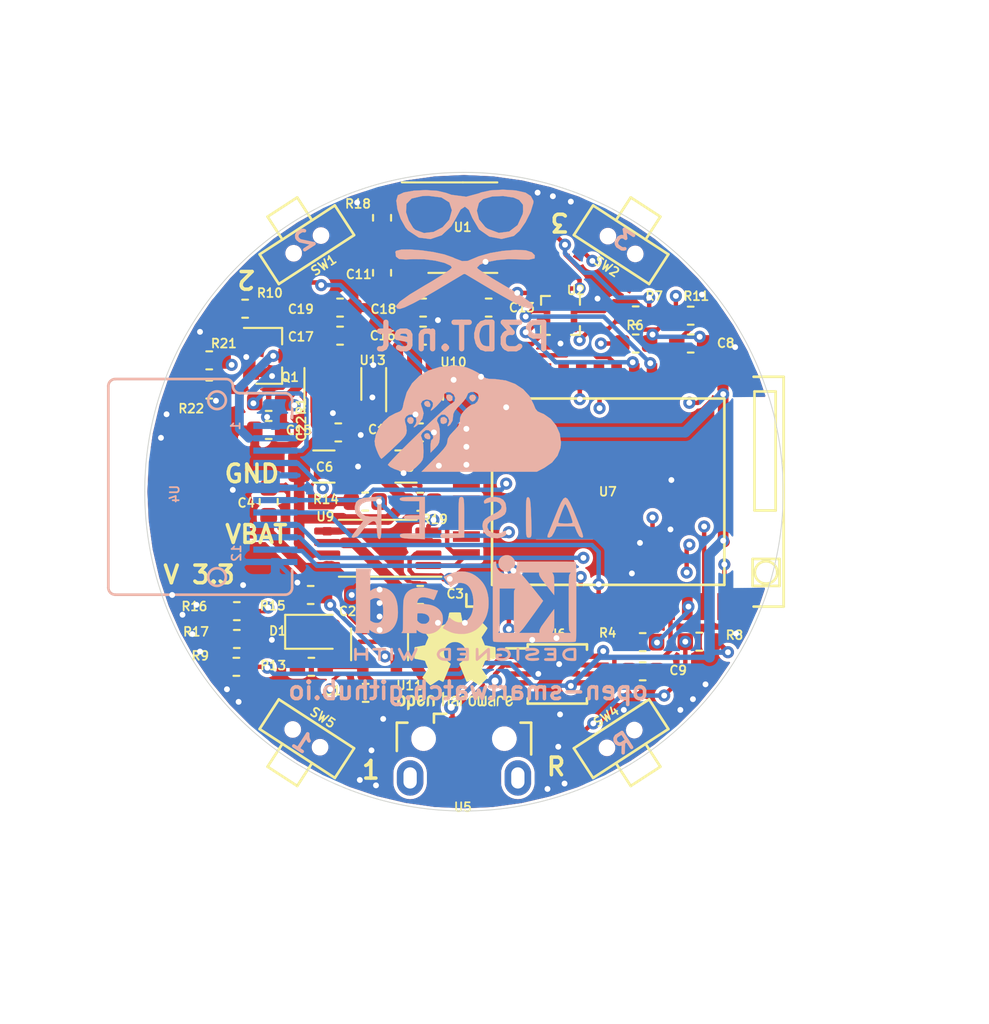
<source format=kicad_pcb>
(kicad_pcb (version 20211014) (generator pcbnew)
  (title_block (title "Open-Smartwatch-Light") (date "2021-02-18") (rev "3.3"))
  (layers (0 "F.Cu" power) (1 "In1.Cu" signal) (2 "In2.Cu" signal) (31 "B.Cu" signal) (34 "B.Paste" user) (35 "F.Paste" user) (36 "B.SilkS" user "B.Silkscreen") (37 "F.SilkS" user "F.Silkscreen") (38 "B.Mask" user) (39 "F.Mask" user) (44 "Edge.Cuts" user))
  (net 0 "")
  (net 1 "/EN")
  (net 2 "+3V3")
  (net 3 "/FLASH")
  (net 4 "GND")
  (net 5 "/VBUS")
  (net 6 "/VBAT")
  (net 7 "Net-(D1-Pad2)")
  (net 8 "Net-(D1-Pad1)")
  (net 9 "/LEDK")
  (net 10 "/TX")
  (net 11 "/BTN2")
  (net 12 "/BTN3")
  (net 13 "/RX")
  (net 14 "/SCL")
  (net 15 "/SDA")
  (net 16 "/PIN_LED")
  (net 17 "/STAT_PWR")
  (net 18 "/MOSI")
  (net 19 "/IO34")
  (net 20 "/IO35")
  (net 21 "Net-(R1-Pad2)")
  (net 22 "Net-(R4-Pad1)")
  (net 23 "Net-(R14-Pad1)")
  (net 24 "Net-(R15-Pad1)")
  (net 25 "/B_MON")
  (net 26 "/RTC_INT")
  (net 27 "/TFT_DC")
  (net 28 "/TFT_CS")
  (net 29 "/TFT_RST")
  (net 30 "Net-(U1-Pad4)")
  (net 31 "Net-(U1-Pad1)")
  (net 32 "Net-(U2-Pad4)")
  (net 33 "Net-(U2-Pad11)")
  (net 34 "Net-(U5-Pad2)")
  (net 35 "Net-(U6-Pad4)")
  (net 36 "Net-(U6-Pad5)")
  (net 37 "Net-(U6-Pad6)")
  (net 38 "Net-(U7-Pad22)")
  (net 39 "Net-(U7-Pad21)")
  (net 40 "Net-(U7-Pad20)")
  (net 41 "Net-(U7-Pad19)")
  (net 42 "Net-(U7-Pad32)")
  (net 43 "Net-(U7-Pad27)")
  (net 44 "Net-(U7-Pad28)")
  (net 45 "Net-(U7-Pad4)")
  (net 46 "Net-(U7-Pad5)")
  (net 47 "/SCK")
  (net 48 "/VCC")
  (net 49 "/3V3_2")
  (net 50 "Net-(Q1-Pad1)")
  (net 51 "Net-(U7-Pad11)")
  (net 52 "Net-(U10-Pad4)")
  (net 53 "Net-(U13-Pad4)")
  (net 54 "/D_P")
  (net 55 "/D_N")
  (net 56 "Net-(U7-Pad24)")
  (net 57 "Net-(U7-Pad31)")
  (net 58 "Net-(U7-Pad26)")
  (net 59 "Net-(U7-Pad13)")
  (net 60 "Net-(U7-Pad12)")
  (footprint "open-Smartwatch:button_side_smd" (layer "F.Cu") (at 85.09 115.57 -57)
    (fp_text reference "SW4")
    (fp_text value "SW_Push")
  )
  (footprint "open-Smartwatch:USBmicro-B" (layer "F.Cu") (at 76.2 117.6655)
    (fp_text reference "U5")
    (fp_text value "USB-OTG")
  )
  (footprint "open-Smartwatch:button_side_smd" (layer "F.Cu") (at 67.31 115.57 -123)
    (fp_text reference "SW5")
    (fp_text value "SW_Push")
  )
  (footprint "Resistor_SMD:R_0603_1608Metric" (layer "F.Cu") (at 63.3221 111.506 180)
    (fp_text reference "R9")
    (fp_text value "10k")
  )
  (footprint "Capacitor_SMD:C_0603_1608Metric" (layer "F.Cu") (at 70.6374 107.442)
    (fp_text reference "C2")
    (fp_text value "4.7uF")
  )
  (footprint "Resistor_SMD:R_0603_1608Metric" (layer "F.Cu") (at 86.3092 110.109)
    (fp_text reference "R4")
    (fp_text value "470R")
  )
  (footprint "Resistor_SMD:R_0603_1608Metric" (layer "F.Cu") (at 89.0269 91.6432)
    (fp_text reference "R11")
    (fp_text value "10k")
  )
  (footprint "Resistor_SMD:R_0603_1608Metric" (layer "F.Cu") (at 85.9155 93.218 180)
    (fp_text reference "R6")
    (fp_text value "1k")
  )
  (footprint "Resistor_SMD:R_0603_1608Metric" (layer "F.Cu") (at 85.9155 91.6305)
    (fp_text reference "R7")
    (fp_text value "1k")
  )
  (footprint "Package_SO:SOIC-8_3.9x4.9mm_P1.27mm" (layer "F.Cu") (at 76.1365 86.6648)
    (fp_text reference "U1")
    (fp_text value "DS3231MZ")
  )
  (footprint "Capacitor_SMD:C_0603_1608Metric" (layer "F.Cu") (at 89.0269 93.218 180)
    (fp_text reference "C8")
    (fp_text value "0.1u")
  )
  (footprint "Capacitor_SMD:C_0603_1608Metric" (layer "F.Cu") (at 86.3092 111.76)
    (fp_text reference "C9")
    (fp_text value "0.1u")
  )
  (footprint "Capacitor_SMD:C_0603_1608Metric" (layer "F.Cu") (at 71.5645 86.106 90)
    (fp_text reference "C11")
    (fp_text value "0.1u")
  )
  (footprint "Capacitor_SMD:C_0603_1608Metric" (layer "F.Cu") (at 77.597 91.186 180)
    (fp_text reference "C13")
    (fp_text value "0.1u")
  )
  (footprint "Resistor_SMD:R_0603_1608Metric" (layer "F.Cu") (at 73.7235 102.1715)
    (fp_text reference "R19")
    (fp_text value "220k")
  )
  (footprint "open-Smartwatch:button_side_smd" (layer "F.Cu") (at 67.31 87.63 123)
    (fp_text reference "SW1")
    (fp_text value "SW_Push")
  )
  (footprint "open-Smartwatch:MSOP-10_3x3mm_P0.5mm" (layer "F.Cu") (at 81.4832 111.9124)
    (fp_text reference "U6")
    (fp_text value "CH340E")
  )
  (footprint "open-Smartwatch:TSSOP-8_4.4x3mm_P0.65mm" (layer "F.Cu") (at 71.3232 104.8004 180)
    (fp_text reference "U9")
    (fp_text value "TPS2115A")
  )
  (footprint "open-Smartwatch:LGA-12_2x2mm_P0.5mm" (layer "F.Cu") (at 81.661 91.6305 -90)
    (fp_text reference "U2")
    (fp_text value "BMA400")
  )
  (footprint "Capacitor_SMD:C_0603_1608Metric" (layer "F.Cu") (at 73.7234 107.442)
    (fp_text reference "C3")
    (fp_text value "0.1u")
  )
  (footprint "Resistor_SMD:R_0603_1608Metric" (layer "F.Cu") (at 67.564 111.506)
    (fp_text reference "R13")
    (fp_text value "470R")
  )
  (footprint "Resistor_SMD:R_0603_1608Metric" (layer "F.Cu") (at 89.5096 110.0836 180)
    (fp_text reference "R8")
    (fp_text value "10k")
  )
  (footprint "Capacitor_SMD:C_1206_3216Metric" (layer "F.Cu") (at 72.9204 100.1776)
    (fp_text reference "C5")
    (fp_text value "100u")
  )
  (footprint "Capacitor_SMD:C_0603_1608Metric" (layer "F.Cu") (at 73.7108 98.2472)
    (fp_text reference "C14")
    (fp_text value "0.1u")
  )
  (footprint "Capacitor_SMD:C_0603_1608Metric" (layer "F.Cu") (at 73.8886 92.7735)
    (fp_text reference "C16")
    (fp_text value "4.7u")
  )
  (footprint "Capacitor_SMD:C_0603_1608Metric" (layer "F.Cu") (at 73.8886 91.186)
    (fp_text reference "C18")
    (fp_text value "0.1u")
  )
  (footprint "Package_TO_SOT_SMD:SOT-23-5" (layer "F.Cu") (at 73.406 95.504 90)
    (fp_text reference "U10")
    (fp_text value "XC6209")
  )
  (footprint "open-Smartwatch:ttgo-32-micro" (layer "F.Cu") (at 84.836 101.6 -90)
    (fp_text reference "U7")
    (fp_text value "ttgo-32-micro")
  )
  (footprint "Resistor_SMD:R_0603_1608Metric" (layer "F.Cu") (at 71.5645 89.2175 -90)
    (fp_text reference "R18")
    (fp_text value "2.2K")
  )
  (footprint "Resistor_SMD:R_0603_1608Metric" (layer "F.Cu") (at 65.151 96.52 180)
    (fp_text reference "R1")
    (fp_text value "22")
  )
  (footprint "Resistor_SMD:R_0603_1608Metric" (layer "F.Cu") (at 61.7855 94.1705)
    (fp_text reference "R21")
    (fp_text value "10k")
  )
  (footprint "Resistor_SMD:R_0603_1608Metric" (layer "F.Cu") (at 61.7855 95.8215 180)
    (fp_text reference "R22")
    (fp_text value "1M")
  )
  (footprint "Capacitor_SMD:C_0603_1608Metric" (layer "F.Cu") (at 65.151 98.1075 180)
    (fp_text reference "C22")
    (fp_text value "0.1u")
  )
  (footprint "Package_TO_SOT_SMD:SOT-23" (layer "F.Cu") (at 65.151 93.9165)
    (fp_text reference "Q1")
    (fp_text value "2N7002")
  )
  (footprint "Resistor_SMD:R_0603_1608Metric" (layer "F.Cu") (at 67.5259 107.442 180)
    (fp_text reference "R15")
    (fp_text value "5k")
  )
  (footprint "Resistor_SMD:R_0603_1608Metric" (layer "F.Cu") (at 70.612 102.1588 180)
    (fp_text reference "R14")
    (fp_text value "510R")
  )
  (footprint "Capacitor_SMD:C_0603_1608Metric" (layer "F.Cu") (at 65.151 102.1715 90)
    (fp_text reference "C4")
    (fp_text value "0.1u")
  )
  (footprint "Resistor_SMD:R_0603_1608Metric" (layer "F.Cu") (at 63.3476 109.9312 180)
    (fp_text reference "R17")
    (fp_text value "10k")
  )
  (footprint "open-Smartwatch:button_side_smd" (layer "F.Cu") (at 85.09 87.63 57)
    (fp_text reference "SW2")
    (fp_text value "SW_Push")
  )
  (footprint "Capacitor_SMD:C_0603_1608Metric" (layer "F.Cu") (at 69.088 98.2472)
    (fp_text reference "C15")
    (fp_text value "0.1u")
  )
  (footprint "Capacitor_SMD:C_0603_1608Metric" (layer "F.Cu") (at 69.1895 92.7735)
    (fp_text reference "C17")
    (fp_text value "4.7u")
  )
  (footprint "Capacitor_SMD:C_1206_3216Metric" (layer "F.Cu") (at 68.2752 100.1776)
    (fp_text reference "C6")
    (fp_text value "100u")
  )
  (footprint "Capacitor_SMD:C_0603_1608Metric" (layer "F.Cu") (at 69.1895 91.186)
    (fp_text reference "C19")
    (fp_text value "0.1u")
  )
  (footprint "Package_TO_SOT_SMD:SOT-23-5" (layer "F.Cu") (at 68.7832 95.504 90)
    (fp_text reference "U13")
    (fp_text value "XC6209")
  )
  (footprint "Capacitor_SMD:C_0603_1608Metric" (layer "F.Cu") (at 70.6373 112.9792)
    (fp_text reference "C1")
    (fp_text value "4.7uF")
  )
  (footprint "open-Smartwatch:SOT-23-5" (layer "F.Cu") (at 71.4248 110.236 -90)
    (fp_text reference "U11")
    (fp_text value "MCP73831T-2ACI_OT" hide)
  )
  (footprint "LED_SMD:LED_0805_2012Metric" (layer "F.Cu") (at 67.7672 109.5248)
    (fp_text reference "D1")
    (fp_text value "LED_Green")
  )
  (footprint "Symbol:OSHW-Logo2_7.3x6mm_SilkScreen" (layer "F.Cu") (at 75.692 111.1885)
    (fp_text reference "REF**" hide)
    (fp_text value "OSHW-Logo2_7.3x6mm_SilkScreen" hide)
  )
  (footprint "Resistor_SMD:R_0603_1608Metric" (layer "F.Cu") (at 63.8175 91.2495 180)
    (fp_text reference "R10")
    (fp_text value "10k")
  )
  (footprint "Connector_PinHeader_2.54mm:PinHeader_1x02_P2.54mm_Vertical" (layer "F.Cu") (at 60.6425 103.4415 180)
    (fp_text reference "J1" hide)
    (fp_text value "Conn_01x02")
  )
  (footprint "Resistor_SMD:R_0603_1608Metric" (layer "F.Cu") (at 63.3476 108.3564)
    (fp_text reference "R16")
    (fp_text value "200k")
  )
  (footprint "open-Smartwatch:GC9A01_IPS_display" (layer "B.Cu") (at 65.278 101.727 -90)
    (fp_text reference "U4")
    (fp_text value "GC9A01_IPS_display")
  )
  (footprint "Symbol:KiCad-Logo2_5mm_SilkScreen" (layer "B.Cu") (at 76.2762 108.1659 180)
    (fp_text reference "REF**" hide)
    (fp_text value "KiCad-Logo2_5mm_SilkScreen" hide)
  )
  (footprint "footprints:aisler_15x12mm" (layer "B.Cu") (at 76.2127 99.5172 180)
    (fp_text reference "G***" hide)
    (fp_text value "LOGO" hide)
  )
  (footprint "footprints:p3dt_tiny" (layer "B.Cu") (at 76.2254 87.884 180)
    (fp_text reference "G***" hide)
    (fp_text value "LOGO" hide)
  )
  (gr_arc (start 76.2 83.537403) (mid 88.972185 88.827815) (end 94.262597 101.6) (layer "Edge.Cuts") (width 0.05))
  (gr_arc (start 76.2 119.662597) (mid 63.427815 114.372185) (end 58.137403 101.6) (layer "Edge.Cuts") (width 0.05))
  (gr_arc (start 94.262597 101.6) (mid 88.972185 114.372185) (end 76.2 119.662597) (layer "Edge.Cuts") (width 0.05))
  (gr_arc (start 58.137403 101.6) (mid 63.427815 88.827815) (end 76.2 83.537403) (layer "Edge.Cuts") (width 0.05))
  (gr_text "1" (at 67.056 115.7605 -33) (layer "B.SilkS") (effects (font (size 1 1) (thickness 0.2)) (justify mirror)))
  (gr_text "P3DT.net" (at 76.1746 92.837) (layer "B.SilkS") (effects (font (size 1.5 1.5) (thickness 0.3)) (justify mirror)))
  (gr_text "3" (at 85.217 87.376 -33) (layer "B.SilkS") (effects (font (size 1 1) (thickness 0.2)) (justify mirror)))
  (gr_text "R" (at 85.217 115.824 33) (layer "B.SilkS") (effects (font (size 1 1) (thickness 0.2)) (justify mirror)))
  (gr_text "open-smartwatch.github.io" (at 76.4413 112.8522) (layer "B.SilkS") (effects (font (size 1 1) (thickness 0.2)) (justify mirror)))
  (gr_text "2" (at 67.183 87.376 33) (layer "B.SilkS") (effects (font (size 1 1) (thickness 0.2)) (justify mirror)))
  (gr_text "GND" (at 64.1985 100.584) (layer "F.SilkS") (effects (font (size 1 1) (thickness 0.2))))
  (gr_text "R" (at 81.407 117.1575) (layer "F.SilkS") (effects (font (size 1 1) (thickness 0.2))))
  (gr_text "1" (at 70.9295 117.348) (layer "F.SilkS") (effects (font (size 1 1) (thickness 0.2))))
  (gr_text "3" (at 81.5975 86.36 180) (layer "F.SilkS") (effects (font (size 1 1) (thickness 0.2))))
  (gr_text "2" (at 63.881 89.5985 180) (layer "F.SilkS") (effects (font (size 1 1) (thickness 0.2))))
  (gr_text "V 3.3" (at 61.214 106.299) (layer "F.SilkS") (effects (font (size 1 1) (thickness 0.2))))
  (gr_text "VBAT" (at 64.4525 104.013) (layer "F.SilkS") (effects (font (size 1 1) (thickness 0.2))))
  (segment (start 88.7984 104.7496) (end 88.9508 104.5972) (width 0.25) (layer "F.Cu") (net 1))
  (segment (start 89.435733 96.5708) (end 89.916 96.090533) (width 0.25) (layer "F.Cu") (net 1))
  (segment (start 88.9508 96.5708) (end 89.435733 96.5708) (width 0.25) (layer "F.Cu") (net 1))
  (segment (start 89.916 96.090533) (end 89.916 95.1) (width 0.25) (layer "F.Cu") (net 1))
  (segment (start 88.7221 111.9379) (end 87.5284 113.1316) (width 0.25) (layer "F.Cu") (net 1))
  (segment (start 83.440773 114.7064) (end 82.889781 115.257392) (width 0.25) (layer "F.Cu") (net 1))
  (segment (start 88.7984 106.172) (end 88.7984 104.7496) (width 0.25) (layer "F.Cu") (net 1))
  (segment (start 88.7221 110.0836) (end 88.7221 111.9379) (width 0.25) (layer "F.Cu") (net 1))
  (segment (start 83.5152 114.7064) (end 83.440773 114.7064) (width 0.25) (layer "F.Cu") (net 1))
  (via (at 88.7984 106.172) (size 0.6858) (drill 0.3302) (layers "F.Cu" "B.Cu") (net 1))
  (via (at 83.5152 114.7064) (size 0.6858) (drill 0.3302) (layers "F.Cu" "B.Cu") (net 1))
  (via (at 87.5284 113.1316) (size 0.6858) (drill 0.3302) (layers "F.Cu" "B.Cu") (net 1))
  (via (at 88.7221 110.0836) (size 0.6858) (drill 0.3302) (layers "F.Cu" "B.Cu") (net 1))
  (via (at 88.9508 104.5972) (size 0.6858) (drill 0.3302) (layers "F.Cu" "B.Cu") (net 1))
  (via (at 88.9508 96.5708) (size 0.6858) (drill 0.3302) (layers "F.Cu" "B.Cu") (net 1))
  (segment (start 85.09 113.1316) (end 83.5152 114.7064) (width 0.25) (layer "B.Cu") (net 1))
  (segment (start 87.5284 113.1316) (end 85.09 113.1316) (width 0.25) (layer "B.Cu") (net 1))
  (segment (start 83.6832 112.4124) (end 84.8693 112.4124) (width 0.25) (layer "F.Cu") (net 2))
  (segment (start 84.8693 112.4124) (end 85.5217 111.76) (width 0.25) (layer "F.Cu") (net 2))
  (segment (start 75.61361 90.632028) (end 75.61361 91.67079) (width 0.6) (layer "F.Cu") (net 2))
  (segment (start 86.703 93.218) (end 86.703 92.874494) (width 0.25) (layer "F.Cu") (net 2))
  (segment (start 90.864704 95.167296) (end 90.932 95.1) (width 0.6) (layer "F.Cu") (net 2))
  (segment (start 84.3655 92.393) (end 85.128 91.6305) (width 0.25) (layer "F.Cu") (net 2))
  (segment (start 69.510219 87.942608) (end 70.515392 87.942608) (width 0.25) (layer "F.Cu") (net 2))
  (segment (start 90.5383 110.0836) (end 91.1352 110.6805) (width 0.3) (layer "F.Cu") (net 2))
  (segment (start 90.932 95.1) (end 90.932 94.3356) (width 0.6) (layer "F.Cu") (net 2))
  (segment (start 81.411 90.868) (end 81.411001 90.420499) (width 0.25) (layer "F.Cu") (net 2))
  (segment (start 82.411 92.393) (end 84.0735 92.393) (width 0.25) (layer "F.Cu") (net 2))
  (segment (start 78.234732 87.2998) (end 78.6115 87.2998) (width 0.25) (layer "F.Cu") (net 2))
  (segment (start 89.8144 93.218) (end 89.8144 93.1164) (width 0.25) (layer "F.Cu") (net 2))
  (segment (start 76.964732 86.0298) (end 78.234732 87.2998) (width 0.25) (layer "F.Cu") (net 2))
  (segment (start 81.411001 90.420499) (end 81.346001 90.355499) (width 0.25) (layer "F.Cu") (net 2))
  (segment (start 87.146984 92.43051) (end 85.92801 92.43051) (width 0.25) (layer "F.Cu") (net 2))
  (segment (start 75.192572 90.21099) (end 75.61361 90.632028) (width 0.6) (layer "F.Cu") (net 2))
  (segment (start 90.93999 104.4448) (end 90.864704 104.369514) (width 0.6) (layer "F.Cu") (net 2))
  (segment (start 73.1011 92.7735) (end 73.1011 91.186) (width 0.6) (layer "F.Cu") (net 2))
  (segment (start 83.780855 110.9124) (end 84.077622 110.615633) (width 0.3) (layer "F.Cu") (net 2))
  (segment (start 71.9201 90.005) (end 73.1011 91.186) (width 0.25) (layer "F.Cu") (net 2))
  (segment (start 86.812244 89.767149) (end 87.46551 90.420415) (width 0.25) (layer "F.Cu") (net 2))
  (segment (start 86.703 92.874494) (end 86.867747 92.709747) (width 0.25) (layer "F.Cu") (net 2))
  (segment (start 75.6157 91.6687) (end 75.61361 91.67079) (width 0.6) (layer "F.Cu") (net 2))
  (segment (start 84.0735 92.393) (end 84.3655 92.393) (width 0.25) (layer "F.Cu") (net 2))
  (segment (start 90.932 94.3356) (end 89.8144 93.218) (width 0.6) (layer "F.Cu") (net 2))
  (segment (start 71.5645 90.005) (end 71.9201 90.005) (width 0.25) (layer "F.Cu") (net 2))
  (segment (start 80.911 92.393) (end 80.056296 93.247704) (width 0.25) (layer "F.Cu") (net 2))
  (segment (start 72.4282 86.0298) (end 73.6615 86.0298) (width 0.25) (layer "F.Cu") (net 2))
  (segment (start 85.92801 92.43051) (end 85.128 91.6305) (width 0.25) (layer "F.Cu") (net 2))
  (segment (start 87.46551 92.111984) (end 87.146984 92.43051) (width 0.25) (layer "F.Cu") (net 2))
  (segment (start 79.371907 93.247704) (end 78.3845 92.260297) (width 0.25) (layer "F.Cu") (net 2))
  (segment (start 73.1011 91.186) (end 74.07611 90.21099) (width 0.6) (layer "F.Cu") (net 2))
  (segment (start 90.864704 96.082901) (end 90.864704 95.167296) (width 0.6) (layer "F.Cu") (net 2))
  (segment (start 89.8144 93.1164) (end 89.535 92.837) (width 0.25) (layer "F.Cu") (net 2))
  (segment (start 65.024 111.506) (end 65.0748 111.5568) (width 0.25) (layer "F.Cu") (net 2))
  (segment (start 79.215001 90.355499) (end 78.3845 91.186) (width 0.25) (layer "F.Cu") (net 2))
  (segment (start 70.76449 89.20499) (end 71.5645 90.005) (width 0.25) (layer "F.Cu") (net 2))
  (segment (start 80.056296 93.247704) (end 79.371907 93.247704) (width 0.25) (layer "F.Cu") (net 2))
  (segment (start 87.46551 90.420415) (end 87.46551 92.111984) (width 0.25) (layer "F.Cu") (net 2))
  (segment (start 82.7405 93.0275) (end 83.375 92.393) (width 0.25) (layer "F.Cu") (net 2))
  (segment (start 83.375 92.393) (end 84.0735 92.393) (width 0.25) (layer "F.Cu") (net 2))
  (segment (start 72.456 93.4186) (end 73.1011 92.7735) (width 0.6) (layer "F.Cu") (net 2))
  (segment (start 78.3845 92.260297) (end 78.3845 91.186) (width 0.25) (layer "F.Cu") (net 2))
  (segment (start 90.2971 110.0836) (end 90.5383 110.0836) (width 0.3) (layer "F.Cu") (net 2))
  (segment (start 73.6615 86.0298) (end 76.964732 86.0298) (width 0.25) (layer "F.Cu") (net 2))
  (segment (start 64.1096 111.506) (end 65.024 111.506) (width 0.25) (layer "F.Cu") (net 2))
  (segment (start 72.456 94.404) (end 72.456 94.6048) (width 0.6) (layer "F.Cu") (net 2))
  (segment (start 71.5645 86.8935) (end 70.76449 87.69351) (width 0.25) (layer "F.Cu") (net 2))
  (segment (start 70.515392 87.942608) (end 71.5645 86.8935) (width 0.25) (layer "F.Cu") (net 2))
  (segment (start 70.76449 87.69351) (end 70.76449 89.20499) (width 0.25) (layer "F.Cu") (net 2))
  (segment (start 90.864704 96.082901) (end 90.864704 104.369514) (width 0.6) (layer "F.Cu") (net 2))
  (segment (start 86.867747 92.709747) (end 87.146984 92.43051) (width 0.25) (layer "F.Cu") (net 2))
  (segment (start 72.456 94.404) (end 72.456 93.4186) (width 0.6) (layer "F.Cu") (net 2))
  (segment (start 71.5645 86.8935) (end 72.4282 86.0298) (width 0.25) (layer "F.Cu") (net 2))
  (segment (start 82.2452 112.5855) (end 82.4183 112.4124) (width 0.3) (layer "F.Cu") (net 2))
  (segment (start 82.4183 112.4124) (end 83.6832 112.4124) (width 0.3) (layer "F.Cu") (net 2))
  (segment (start 83.6832 110.9124) (end 83.780855 110.9124) (width 0.3) (layer "F.Cu") (net 2))
  (segment (start 85.699328 89.767149) (end 86.812244 89.767149) (width 0.25) (layer "F.Cu") (net 2))
  (segment (start 81.346001 90.355499) (end 79.215001 90.355499) (width 0.25) (layer "F.Cu") (net 2))
  (segment (start 74.07611 90.21099) (end 75.192572 90.21099) (width 0.6) (layer "F.Cu") (net 2))
  (segment (start 75.61361 95.27321) (end 75.61361 91.67079) (width 0.6) (layer "F.Cu") (net 2))
  (via (at 86.867747 92.709747) (size 0.6858) (drill 0.3302) (layers "F.Cu" "B.Cu") (net 2))
  (via (at 90.864704 104.369514) (size 0.6858) (drill 0.3302) (layers "F.Cu" "B.Cu") (net 2))
  (via (at 90.864704 96.082901) (size 0.6858) (drill 0.3302) (layers "F.Cu" "B.Cu") (net 2))
  (via (at 89.535 92.837) (size 0.6858) (drill 0.3302) (layers "F.Cu" "B.Cu") (net 2))
  (via (at 84.077622 110.615633) (size 0.6858) (drill 0.3302) (layers "F.Cu" "B.Cu") (net 2))
  (via (at 79.215001 90.355499) (size 0.6858) (drill 0.3302) (layers "F.Cu" "B.Cu") (net 2))
  (via (at 75.61361 95.27321) (size 0.6858) (drill 0.3302) (layers "F.Cu" "B.Cu") (net 2))
  (via (at 82.7405 93.0275) (size 0.6858) (drill 0.3302) (layers "F.Cu" "B.Cu") (net 2))
  (via (at 91.1352 110.6805) (size 0.6858) (drill 0.3302) (layers "F.Cu" "B.Cu") (net 2))
  (via (at 65.0748 111.5568) (size 0.6858) (drill 0.3302) (layers "F.Cu" "B.Cu") (net 2))
  (via (at 82.2452 112.5855) (size 0.6858) (drill 0.3302) (layers "F.Cu" "B.Cu") (net 2))
  (segment (start 89.535 92.837) (end 86.995 92.837) (width 0.25) (layer "B.Cu") (net 2))
  (segment (start 84.077622 110.615633) (end 84.077622 110.753078) (width 0.3) (layer "B.Cu") (net 2))
  (segment (start 82.2452 112.5855) (end 83.862801 110.967899) (width 0.3) (layer "B.Cu") (net 2))
  (segment (start 75.61361 95.27321) (end 78.573201 98.232801) (width 0.6) (layer "B.Cu") (net 2))
  (segment (start 91.1352 110.6805) (end 90.376498 110.6805) (width 0.3) (layer "B.Cu") (net 2))
  (segment (start 83.862801 110.967899) (end 90.089099 110.967899) (width 0.3) (layer "B.Cu") (net 2))
  (segment (start 82.2071 112.573024) (end 82.232724 112.573024) (width 0.3) (layer "B.Cu") (net 2))
  (segment (start 65.0748 111.5568) (end 65.417699 111.899699) (width 0.25) (layer "B.Cu") (net 2))
  (segment (start 65.417699 111.899699) (end 75.986207 111.899699) (width 0.25) (layer "B.Cu") (net 2))
  (segment (start 90.864704 104.369514) (end 90.089099 105.145119) (width 0.6) (layer "B.Cu") (net 2))
  (segment (start 90.089099 105.145119) (end 90.089099 110.967899) (width 0.6) (layer "B.Cu") (net 2))
  (segment (start 76.590607 111.295299) (end 78.805933 111.295299) (width 0.25) (layer "B.Cu") (net 2))
  (segment (start 80.083658 112.573024) (end 82.2071 112.573024) (width 0.25) (layer "B.Cu") (net 2))
  (segment (start 84.077622 110.753078) (end 83.862801 110.967899) (width 0.3) (layer "B.Cu") (net 2))
  (segment (start 82.232724 112.573024) (end 82.2452 112.5855) (width 0.3) (layer "B.Cu") (net 2))
  (segment (start 86.995 92.837) (end 86.867747 92.709747) (width 0.25) (layer "B.Cu") (net 2))
  (segment (start 90.376498 110.6805) (end 90.089099 110.967899) (width 0.3) (layer "B.Cu") (net 2))
  (segment (start 78.805933 111.295299) (end 80.083658 112.573024) (width 0.25) (layer "B.Cu") (net 2))
  (segment (start 78.573201 98.232801) (end 88.714804 98.232801) (width 0.6) (layer "B.Cu") (net 2))
  (segment (start 88.714804 98.232801) (end 90.864704 96.082901) (width 0.6) (layer "B.Cu") (net 2))
  (segment (start 75.986207 111.899699) (end 76.590607 111.295299) (width 0.25) (layer "B.Cu") (net 2))
  (segment (start 66.700672 113.432851) (end 67.973949 113.432851) (width 0.25) (layer "F.Cu") (net 3))
  (segment (start 66.305322 113.037501) (end 66.700672 113.432851) (width 0.25) (layer "F.Cu") (net 3))
  (segment (start 64.269501 113.037501) (end 66.305322 113.037501) (width 0.25) (layer "F.Cu") (net 3))
  (segment (start 62.5346 111.506) (end 62.738 111.506) (width 0.25) (layer "F.Cu") (net 3))
  (segment (start 67.973949 113.432851) (end 68.6308 112.776) (width 0.25) (layer "F.Cu") (net 3))
  (segment (start 78.74 109.3724) (end 78.74 108.1) (width 0.25) (layer "F.Cu") (net 3))
  (segment (start 62.738 111.506) (end 64.269501 113.037501) (width 0.25) (layer "F.Cu") (net 3))
  (via (at 78.74 109.3724) (size 0.6858) (drill 0.3302) (layers "F.Cu" "B.Cu") (net 3))
  (via (at 68.6308 112.776) (size 0.6858) (drill 0.3302) (layers "F.Cu" "B.Cu") (net 3))
  (segment (start 74.5109 107.3785) (end 73.9648 106.8324) (width 0.3) (layer "F.Cu") (net 4))
  (segment (start 73.09819 103.43181) (end 73.09819 103.253304) (width 0.25) (layer "F.Cu") (net 4))
  (segment (start 81.411 92.968) (end 81.661 93.218) (width 0.25) (layer "F.Cu") (net 4))
  (segment (start 74.782002 97.663) (end 74.3891 97.663) (width 0.3) (layer "F.Cu") (net 4))
  (segment (start 73.406 97.1804) (end 73.4568 97.2312) (width 0.25) (layer "F.Cu") (net 4))
  (segment (start 87.0967 111.76) (end 87.0967 112.035479) (width 0.25) (layer "F.Cu") (net 4))
  (segment (start 73.37764 101.144594) (end 73.585594 101.144594) (width 0.3) (layer "F.Cu") (net 4))
  (segment (start 74.961001 97.484001) (end 73.709601 97.484001) (width 0.3) (layer "F.Cu") (net 4))
  (segment (start 73.7362 107.2134) (end 73.72341 107.20061) (width 0.3) (layer "F.Cu") (net 4))
  (segment (start 64.151 94.8665) (end 65.1485 94.8665) (width 0.25) (layer "F.Cu") (net 4))
  (segment (start 68.7832 96.604) (end 68.7832 97.1549) (width 0.25) (layer "F.Cu") (net 4))
  (segment (start 80.396974 111.9124) (end 80.404251 111.905123) (width 0.25) (layer "F.Cu") (net 4))
  (segment (start 73.9648 106.8324) (end 73.7108 106.8324) (width 0.3) (layer "F.Cu") (net 4))
  (segment (start 73.72341 106.95016) (end 73.576414 106.803164) (width 0.3) (layer "F.Cu") (net 4))
  (segment (start 91.948 108.1) (end 91.948 109.2708) (width 0.25) (layer "F.Cu") (net 4))
  (segment (start 74.6761 91.186) (end 74.6761 91.8465) (width 0.25) (layer "F.Cu") (net 4))
  (segment (start 74.6761 91.8465) (end 74.7268 91.8972) (width 0.25) (layer "F.Cu") (net 4))
  (segment (start 74.3891 97.663) (end 73.830582 97.663) (width 0.6) (layer "F.Cu") (net 4))
  (segment (start 81.911 92.393) (end 81.852 92.393) (width 0.25) (layer "F.Cu") (net 4))
  (segment (start 63.6777 106.7816) (end 63.6777 106.8577) (width 0.25) (layer "F.Cu") (net 4))
  (segment (start 64.151 94.25) (end 63.881 93.98) (width 0.25) (layer "F.Cu") (net 4))
  (segment (start 63.6777 106.8577) (end 63.7032 106.8832) (width 0.25) (layer "F.Cu") (net 4))
  (segment (start 73.37764 101.144594) (end 73.099406 101.144594) (width 0.3) (layer "F.Cu") (net 4))
  (segment (start 82.411 90.868) (end 83.5665 90.868) (width 0.25) (layer "F.Cu") (net 4))
  (segment (start 74.5109 107.442) (end 74.5109 107.3785) (width 0.3) (layer "F.Cu") (net 4))
  (segment (start 78.6115 88.5698) (end 77.4446 88.5698) (width 0.25) (layer "F.Cu") (net 4))
  (segment (start 65.17599 95.22501) (end 65.3415 95.0595) (width 0.25) (layer "F.Cu") (net 4))
  (segment (start 73.09819 103.43181) (end 73.09819 104.111804) (width 0.3) (layer "F.Cu") (net 4))
  (segment (start 91.948 109.2708) (end 91.5924 109.6264) (width 0.25) (layer "F.Cu") (net 4))
  (segment (start 87.0967 112.035479) (end 85.699328 113.432851) (width 0.25) (layer "F.Cu") (net 4))
  (segment (start 77.1652 95.0976) (end 75.181001 97.081799) (width 0.6) (layer "F.Cu") (net 4))
  (segment (start 62.573 95.8215) (end 62.573 96.05) (width 0.25) (layer "F.Cu") (net 4))
  (segment (start 73.585594 101.144594) (end 73.7108 101.2698) (width 0.3) (layer "F.Cu") (net 4))
  (segment (start 75.181001 97.4344) (end 75.010602 97.4344) (width 0.3) (layer "F.Cu") (net 4))
  (segment (start 74.7268 100.1776) (end 74.7776 100.1268) (width 0.25) (layer "F.Cu") (net 4))
  (segment (start 75.181001 97.4344) (end 75.181001 97.564499) (width 0.3) (layer "F.Cu") (net 4))
  (segment (start 77.724 95.1) (end 77.1676 95.1) (width 0.25) (layer "F.Cu") (net 4))
  (segment (start 62.573 96.05) (end 62.1665 96.4565) (width 0.25) (layer "F.Cu") (net 4))
  (segment (start 73.4568 97.289218) (end 73.4568 97.2312) (width 0.6) (layer "F.Cu") (net 4))
  (segment (start 74.5109 107.3023) (end 74.422 107.2134) (width 0.3) (layer "F.Cu") (net 4))
  (segment (start 74.3204 100.1776) (end 74.3204 100.7364) (width 0.3) (layer "F.Cu") (net 4))
  (segment (start 70.2131 98.2472) (end 70.358 98.3921) (width 0.25) (layer "F.Cu") (net 4))
  (segment (start 73.09819 104.111804) (end 73.361796 104.37541) (width 0.3) (layer "F.Cu") (net 4))
  (segment (start 74.3204 100.1776) (end 73.152 100.1776) (width 0.6) (layer "F.Cu") (net 4))
  (segment (start 71.4248 107.4421) (end 71.4249 107.442) (width 0.6) (layer "F.Cu") (net 4))
  (segment (start 74.422 107.2134) (end 73.7616 107.2134) (width 0.3) (layer "F.Cu") (net 4))
  (segment (start 66.774068 107.406332) (end 66.7384 107.442) (width 0.25) (layer "F.Cu") (net 4))
  (segment (start 77.1676 95.1) (end 77.1652 95.0976) (width 0.25) (layer "F.Cu") (net 4))
  (segment (start 81.852 92.781502) (end 81.8515 92.782002) (width 0.25) (layer "F.Cu") (net 4))
  (segment (start 66.774068 106.740292) (end 66.774068 107.406332) (width 0.25) (layer "F.Cu") (net 4))
  (segment (start 81.852 92.393) (end 81.852 92.781502) (width 0.25) (layer "F.Cu") (net 4))
  (segment (start 88.2394 93.218) (end 88.2394 93.144106) (width 0.25) (layer "F.Cu") (net 4))
  (segment (start 69.8755 98.2472) (end 70.2131 98.2472) (width 0.25) (layer "F.Cu") (net 4))
  (segment (start 69.6752 100.1776) (end 70.2056 100.1776) (width 0.25) (layer "F.Cu") (net 4))
  (segment (start 85.699328 113.432851) (end 85.699328 113.487472) (width 0.25) (layer "F.Cu") (net 4))
  (segment (start 73.7108 106.8324) (end 73.683346 106.804946) (width 0.3) (layer "F.Cu") (net 4))
  (segment (start 73.361796 104.37541) (end 74.08571 104.37541) (width 0.3) (layer "F.Cu") (net 4))
  (segment (start 73.72341 107.20061) (end 73.72341 106.95016) (width 0.3) (layer "F.Cu") (net 4))
  (segment (start 74.08571 104.37541) (end 74.1857 104.4754) (width 0.3) (layer "F.Cu") (net 4))
  (segment (start 77.4446 88.5698) (end 77.4192 88.5952) (width 0.25) (layer "F.Cu") (net 4))
  (segment (start 79.2832 111.9124) (end 80.396974 111.9124) (width 0.25) (layer "F.Cu") (net 4))
  (segment (start 65.1485 94.8665) (end 65.3415 95.0595) (width 0.25) (layer "F.Cu") (net 4))
  (segment (start 73.152 100.1776) (end 72.781323 100.548277) (width 0.6) (layer "F.Cu") (net 4))
  (segment (start 69.8755 98.2472) (end 68.7832 97.1549) (width 0.25) (layer "F.Cu") (net 4))
  (segment (start 73.099406 101.144594) (end 72.781323 100.826511) (width 0.3) (layer "F.Cu") (net 4))
  (segment (start 89.740306 91.6432) (end 89.8144 91.6432) (width 0.25) (layer "F.Cu") (net 4))
  (segment (start 74.3204 100.1776) (end 74.3204 98.4251) (width 0.25) (layer "F.Cu") (net 4))
  (segment (start 73.9648 107.0102) (end 73.7616 107.2134) (width 0.3) (layer "F.Cu") (net 4))
  (segment (start 75.010602 97.4344) (end 74.782002 97.663) (width 0.3) (layer "F.Cu") (net 4))
  (segment (start 81.8515 92.782002) (end 81.8515 93.0275) (width 0.25) (layer "F.Cu") (net 4))
  (segment (start 73.7616 107.2134) (end 73.7362 107.2134) (width 0.3) (layer "F.Cu") (net 4))
  (segment (start 81.411 92.393) (end 81.411 92.968) (width 0.25) (layer "F.Cu") (net 4))
  (segment (start 73.830582 97.663) (end 73.4568 97.289218) (width 0.6) (layer "F.Cu") (net 4))
  (segment (start 85.699328 113.487472) (end 85.2424 113.9444) (width 0.25) (layer "F.Cu") (net 4))
  (segment (start 73.709601 97.484001) (end 73.4568 97.2312) (width 0.3) (layer "F.Cu") (net 4))
  (segment (start 72.781323 100.826511) (end 72.781323 100.548277) (width 0.3) (layer "F.Cu") (net 4))
  (segment (start 75.181001 97.081799) (end 75.181001 97.4344) (width 0.6) (layer "F.Cu") (net 4))
  (segment (start 65.17599 97.258337) (end 65.17599 95.22501) (width 0.25) (layer "F.Cu") (net 4))
  (segment (start 71.4248 109.136) (end 71.4248 107.4421) (width 0.6) (layer "F.Cu") (net 4))
  (segment (start 74.4983 97.7722) (end 74.3891 97.663) (width 0.6) (layer "F.Cu") (net 4))
  (segment (start 65.060386 97.373941) (end 65.17599 97.258337) (width 0.25) (layer "F.Cu") (net 4))
  (segment (start 73.09819 103.253304) (end 73.7108 102.640694) (width 0.25) (layer "F.Cu") (net 4))
  (segment (start 81.8515 93.0275) (end 81.661 93.218) (width 0.25) (layer "F.Cu") (net 4))
  (segment (start 75.181001 97.564499) (end 74.4983 98.2472) (width 0.3) (layer "F.Cu") (net 4))
  (segment (start 73.7108 102.640694) (end 73.7108 101.2698) (width 0.25) (layer "F.Cu") (net 4))
  (segment (start 88.2394 93.144106) (end 89.740306 91.6432) (width 0.25) (layer "F.Cu") (net 4))
  (segment (start 74.6761 92.7735) (end 74.6761 91.9479) (width 0.25) (layer "F.Cu") (net 4))
  (segment (start 73.406 96.604) (end 73.406 97.1804) (width 0.25) (layer "F.Cu") (net 4))
  (segment (start 83.5665 90.868) (end 83.7565 90.678) (width 0.25) (layer "F.Cu") (net 4))
  (segment (start 74.3204 100.1776) (end 74.7268 100.1776) (width 0.25) (layer "F.Cu") (net 4))
  (segment (start 74.3204 98.4251) (end 74.4983 98.2472) (width 0.25) (layer "F.Cu") (net 4))
  (segment (start 74.6761 91.9479) (end 74.7268 91.8972) (width 0.25) (layer "F.Cu") (net 4))
  (segment (start 74.4983 98.2472) (end 74.4983 97.7722) (width 0.6) (layer "F.Cu") (net 4))
  (segment (start 74.5109 107.442) (end 74.5109 107.3023) (width 0.3) (layer "F.Cu") (net 4))
  (segment (start 64.151 94.8665) (end 64.151 94.25) (width 0.25) (layer "F.Cu") (net 4))
  (segment (start 73.9648 106.8324) (end 73.9648 107.0102) (width 0.3) (layer "F.Cu") (net 4))
  (segment (start 75.010602 97.4344) (end 74.961001 97.484001) (width 0.3) (layer "F.Cu") (net 4))
  (via (at 59.055 98.552) (size 0.6858) (drill 0.3302) (layers "F.Cu" "B.Cu") (net 4))
  (via (at 91.5924 109.6264) (size 0.6858) (drill 0.3302) (layers "F.Cu" "B.Cu") (net 4))
  (via (at 74.7776 100.1268) (size 0.6858) (drill 0.3302) (layers "F.Cu" "B.Cu") (net 4))
  (via (at 76.2508 109.0168) (size 0.6858) (drill 0.3302) (layers "F.Cu" "B.Cu") (net 4))
  (via (at 72.781323 100.548277) (size 0.6858) (drill 0.3302) (layers "F.Cu" "B.Cu") (net 4))
  (via (at 80.3656 84.6836) (size 0.6858) (drill 0.3302) (layers "F.Cu" "B.Cu") (net 4))
  (via (at 70.2056 100.1776) (size 0.6858) (drill 0.3302) (layers "F.Cu" "B.Cu") (net 4))
  (via (at 60.2742 108.5596) (size 0.6858) (drill 0.3302) (layers "F.Cu" "B.Cu") (net 4))
  (via (at 83.7565 90.678) (size 0.6858) (drill 0.3302) (layers "F.Cu" "B.Cu") (net 4))
  (via (at 61.2648 110.6424) (size 0.6858) (drill 0.3302) (layers "F.Cu" "B.Cu") (net 4))
  (via (at 74.4983 98.2472) (size 0.6858) (drill 0.3302) (layers "F.Cu" "B.Cu") (net 4))
  (via (at 70.1548 85.2424) (size 0.6858) (drill 0.3302) (layers "F.Cu" "B.Cu") (net 4))
  (via (at 70.9676 116.2304) (size 0.6858) (drill 0.3302) (layers "F.Cu" "B.Cu") (net 4))
  (via (at 89.662 90.4494) (size 0.6858) (drill 0.3302) (layers "F.Cu" "B.Cu") (net 4))
  (via (at 87.9348 100.9396) (size 0.6858) (drill 0.3302) (layers "F.Cu" "B.Cu") (net 4))
  (via (at 81.6356 114.1984) (size 0.6858) (drill 0.3302) (layers "F.Cu" "B.Cu") (net 4))
  (via (at 65.060386 97.373941) (size 0.6858) (drill 0.3302) (layers "F.Cu" "B.Cu") (net 4))
  (via (at 81.8896 118.11) (size 0.6858) (drill 0.3302) (layers "F.Cu" "B.Cu") (net 4))
  (via (at 71.628 114.4524) (size 0.6858) (drill 0.3302) (layers "F.Cu" "B.Cu") (net 4))
  (via (at 65.3415 95.0595) (size 0.6858) (drill 0.3302) (layers "F.Cu" "B.Cu") (net 4))
  (via (at 81.661 93.218) (size 0.6858) (drill 0.3302) (layers "F.Cu" "B.Cu") (net 4))
  (via (at 81.534 116.0272) (size 0.6858) (drill 0.3302) (layers "F.Cu" "B.Cu") (net 4))
  (via (at 63.119 101.4985) (size 0.6858) (drill 0.3302) (layers "F.Cu" "B.Cu") (net 4))
  (via (at 60.833 109.6518) (size 0.6858) (drill 0.3302) (layers "F.Cu" "B.Cu") (net 4))
  (via (at 85.2424 113.9444) (size 0.6858) (drill 0.3302) (layers "F.Cu" "B.Cu") (net 4))
  (via (at 63.4492 113.4872) (size 0.6858) (drill 0.3302) (layers "F.Cu" "B.Cu") (net 4))
  (via (at 85.6996 106.2228) (size 0.6858) (drill 0.3302) (layers "F.Cu" "B.Cu") (net 4))
  (via (at 91.5416 93.4212) (size 0.6858) (drill 0.3302) (layers "F.Cu" "B.Cu") (net 4))
  (via (at 86.1568 104.4956) (size 0.6858) (drill 0.3302) (layers "F.Cu" "B.Cu") (net 4))
  (via (at 59.69 107.442) (size 0.6858) (drill 0.3302) (layers "F.Cu" "B.Cu") (net 4))
  (via (at 74.7268 109.0168) (size 0.6858) (drill 0.3302) (layers "F.Cu" "B.Cu") (net 4))
  (via (at 62.7888 112.776) (size 0.6858) (drill 0.3302) (layers "F.Cu" "B.Cu") (net 4))
  (via (at 71.4248 108.6612) (size 0.6858) (drill 0.3302) (layers "F.Cu" "B.Cu") (net 4))
  (via (at 63.881 93.98) (size 0.6858) (drill 0.3302) (layers "F.Cu" "B.Cu") (net 4))
  (via (at 89.8652 112.4966) (size 0.6858) (drill 0.3302) (layers "F.Cu" "B.Cu") (net 4))
  (via (at 80.0608 109.982) (size 0.6858) (drill 0.3302) (layers "F.Cu" "B.Cu") (net 4))
  (via (at 71.4248 107.8992) (size 0.6858) (drill 0.3302) (layers "F.Cu" "B.Cu") (net 4))
  (via (at 81.2292 84.8868) (size 0.6858) (drill 0.3302) (layers "F.Cu" "B.Cu") (net 4))
  (via (at 81.4324 109.8804) (size 0.6858) (drill 0.3302) (layers "F.Cu" "B.Cu") (net 4))
  (via (at 70.3072 117.9068) (size 0.6858) (drill 0.3302) (layers "F.Cu" "B.Cu") (net 4))
  (via (at 73.4568 97.2312) (size 0.6858) (drill 0.3302) (layers "F.Cu" "B.Cu") (net 4))
  (via (at 66.774068 106.740292) (size 0.6858) (drill 0.3302) (layers "F.Cu" "B.Cu") (net 4))
  (via (at 71.4248 109.4232) (size 0.6858) (drill 0.3302) (layers "F.Cu" "B.Cu") (net 4))
  (via (at 89.154 113.3348) (size 0.6858) (drill 0.3302) (layers "F.Cu" "B.Cu") (net 4))
  (via (at 77.4192 88.5952) (size 0.6858) (drill 0.3302) (layers "F.Cu" "B.Cu") (net 4))
  (via (at 71.0184 96.266) (size 0.6858) (drill 0.3302) (layers "F.Cu" "B.Cu") (net 4))
  (via (at 65.3288 109.982) (size 0.6858) (drill 0.3302) (layers "F.Cu" "B.Cu") (net 4))
  (via (at 61.2648 92.5576) (size 0.6858) (drill 0.3302) (layers "F.Cu" "B.Cu") (net 4))
  (via (at 71.2216 118.2116) (size 0.6858) (drill 0.3302) (layers "F.Cu" "B.Cu") (net 4))
  (via (at 81.5848 111.3536) (size 0.6858) (drill 0.3302) (layers "F.Cu" "B.Cu") (net 4))
  (via (at 80.404251 111.905123) (size 0.6858) (drill 0.3302) (layers "F.Cu" "B.Cu") (net 4))
  (via (at 62.1665 96.4565) (size 0.6858) (drill 0.3302) (layers "F.Cu" "B.Cu") (net 4))
  (via (at 77.1652 95.0976) (size 0.6858) (drill 0.3302) (layers "F.Cu" "B.Cu") (net 4))
  (via (at 59.3725 97.2185) (size 0.6858) (drill 0.3302) (layers "F.Cu" "B.Cu") (net 4))
  (via (at 87.884 103.7336) (size 0.6858) (drill 0.3302) (layers "F.Cu" "B.Cu") (net 4))
  (via (at 71.4248 107.1372) (size 0.6858) (drill 0.3302) (layers "F.Cu" "B.Cu") (net 4))
  (via (at 70.358 98.3921) (size 0.6858) (drill 0.3302) (layers "F.Cu" "B.Cu") (net 4))
  (via (at 82.2452 85.1916) (size 0.6858) (drill 0.3302) (layers "F.Cu" "B.Cu") (net 4))
  (via (at 68.7832 97.1549) (size 0.6858) (drill 0.3302) (layers "F.Cu" "B.Cu") (net 4))
  (via (at 71.0692 94.4372) (size 0.6858) (drill 0.3302) (layers "F.Cu" "B.Cu") (net 4))
  (via (at 80.9244 118.4148) (size 0.6858) (drill 0.3302) (layers "F.Cu" "B.Cu") (net 4))
  (via (at 63.7032 106.8832) (size 0.6858) (drill 0.3302) (layers "F.Cu" "B.Cu") (net 4))
  (via (at 88.4428 113.9444) (size 0.6858) (drill 0.3302) (layers "F.Cu" "B.Cu") (net 4))
  (via (at 74.7268 91.8972) (size 0.6858) (drill 0.3302) (layers "F.Cu" "B.Cu") (net 4))
  (via (at 61.0616 108.0008) (size 0.6858) (drill 0.3302) (layers "F.Cu" "B.Cu") (net 4))
  (segment (start 65.528 97.877) (end 65.528 97.841555) (width 0.25) (layer "B.Cu") (net 4))
  (segment (start 66.838002 100.677) (end 65.528 100.677) (width 0.25) (layer "B.Cu") (net 4))
  (segment (start 64.453 100.677) (end 63.6315 101.4985) (width 0.6) (layer "B.Cu") (net 4))
  (segment (start 63.6315 101.4985) (end 63.119 101.4985) (width 0.6) (layer "B.Cu") (net 4))
  (segment (start 65.528 101.377) (end 63.2405 101.377) (width 0.6) (layer "B.Cu") (net 4))
  (segment (start 63.2405 101.377) (end 63.119 101.4985) (width 0.6) (layer "B.Cu") (net 4))
  (segment (start 65.528 105.577) (end 65.610776 105.577) (width 0.25) (layer "B.Cu") (net 4))
  (segment (start 65.528 100.677) (end 64.453 100.677) (width 0.6) (layer "B.Cu") (net 4))
  (segment (start 65.528 97.841555) (end 65.060386 97.373941) (width 0.25) (layer "B.Cu") (net 4))
  (segment (start 65.610776 105.577) (end 66.774068 106.740292) (width 0.25) (layer "B.Cu") (net 4))
  (segment (start 70.4748 112.0292) (end 71.4248 112.9792) (width 0.6) (layer "F.Cu") (net 5))
  (segment (start 73.199801 107.705901) (end 73.199801 110.982303) (width 0.6) (layer "F.Cu") (net 5))
  (segment (start 68.5215 111.336) (end 68.3515 111.506) (width 0.6) (layer "F.Cu") (net 5))
  (segment (start 69.9895 104.4956) (end 69.416946 104.4956) (width 0.6) (layer "F.Cu") (net 5))
  (segment (start 72.9359 107.442) (end 73.199801 107.705901) (width 0.6) (layer "F.Cu") (net 5))
  (segment (start 71.4248 112.9792) (end 72.838699 112.9792) (width 0.6) (layer "F.Cu") (net 5))
  (segment (start 69.396746 104.4754) (end 69.416946 104.4956) (width 0.25) (layer "F.Cu") (net 5))
  (segment (start 68.4607 104.4754) (end 69.396746 104.4754) (width 0.25) (layer "F.Cu") (net 5))
  (segment (start 73.199801 110.982303) (end 73.942999 112.175499) (width 0.6) (layer "F.Cu") (net 5))
  (segment (start 72.9359 107.442) (end 69.9895 104.4956) (width 0.6) (layer "F.Cu") (net 5))
  (segment (start 73.942999 112.175499) (end 73.942999 114.033499) (width 0.6) (layer "F.Cu") (net 5))
  (segment (start 72.838699 112.9792) (end 74.849999 114.9905) (width 0.6) (layer "F.Cu") (net 5))
  (segment (start 74.849999 114.940499) (end 74.849999 114.9905) (width 0.6) (layer "F.Cu") (net 5))
  (segment (start 70.4748 111.336) (end 70.4748 112.0292) (width 0.6) (layer "F.Cu") (net 5))
  (segment (start 70.4748 111.336) (end 68.5215 111.336) (width 0.6) (layer "F.Cu") (net 5))
  (segment (start 73.942999 114.033499) (end 74.849999 114.940499) (width 0.6) (layer "F.Cu") (net 5))
  (segment (start 60.6425 103.9495) (end 65.175316 103.9495) (width 0.6) (layer "F.Cu") (net 6))
  (segment (start 62.5601 107.4673) (end 62.5601 108.3564) (width 0.6) (layer "F.Cu") (net 6))
  (segment (start 73.4482 105.1254) (end 73.12319 105.45041) (width 0.25) (layer "F.Cu") (net 6))
  (segment (start 69.8499 107.442) (end 69.8499 108.5111) (width 0.6) (layer "F.Cu") (net 6))
  (segment (start 65.151 102.959) (end 65.151 103.925184) (width 0.6) (layer "F.Cu") (net 6))
  (segment (start 60.6425 105.5497) (end 62.5601 107.4673) (width 0.6) (layer "F.Cu") (net 6))
  (segment (start 68.70831 105.82541) (end 68.41069 105.82541) (width 0.6) (layer "F.Cu") (net 6))
  (segment (start 69.8499 107.442) (end 69.8499 106.967) (width 0.6) (layer "F.Cu") (net 6))
  (segment (start 67.151224 105.925408) (end 68.310692 105.925408) (width 0.6) (layer "F.Cu") (net 6))
  (segment (start 68.310692 105.925408) (end 68.41069 105.82541) (width 0.6) (layer "F.Cu") (net 6))
  (segment (start 73.12319 106.051448) (end 73.3552 106.3244) (width 0.25) (layer "F.Cu") (net 6))
  (segment (start 65.151 103.925184) (end 65.175316 103.9495) (width 0.6) (layer "F.Cu") (net 6))
  (segment (start 73.3552 106.3244) (end 74.8792 106.3498) (width 0.25) (layer "F.Cu") (net 6))
  (segment (start 69.8499 108.5111) (end 70.4748 109.136) (width 0.6) (layer "F.Cu") (net 6))
  (segment (start 65.405 104.179184) (end 67.151224 105.925408) (width 0.6) (layer "F.Cu") (net 6))
  (segment (start 74.1857 105.1254) (end 73.4482 105.1254) (width 0.25) (layer "F.Cu") (net 6))
  (segment (start 75.394514 106.531819) (end 75.061219 106.531819) (width 0.3) (layer "F.Cu") (net 6))
  (segment (start 65.175316 103.9495) (end 65.405 104.179184) (width 0.6) (layer "F.Cu") (net 6))
  (segment (start 75.061219 106.531819) (end 74.8792 106.3498) (width 0.3) (layer "F.Cu") (net 6))
  (segment (start 60.6425 103.9495) (end 60.6425 105.5497) (width 0.6) (layer "F.Cu") (net 6))
  (segment (start 69.8499 106.967) (end 68.70831 105.82541) (width 0.6) (layer "F.Cu") (net 6))
  (segment (start 68.41069 105.82541) (end 68.4607 105.82541) (width 0.6) (layer "F.Cu") (net 6))
  (segment (start 73.12319 105.45041) (end 73.12319 106.051448) (width 0.25) (layer "F.Cu") (net 6))
  (via (at 69.8499 107.442) (size 0.6858) (drill 0.3302) (layers "F.Cu" "B.Cu") (net 6))
  (via (at 75.394514 106.531819) (size 0.6858) (drill 0.3302) (layers "F.Cu" "B.Cu") (net 6))
  (segment (start 75.331994 106.469299) (end 70.822601 106.469299) (width 0.25) (layer "B.Cu") (net 6))
  (segment (start 75.394514 106.531819) (end 75.331994 106.469299) (width 0.25) (layer "B.Cu") (net 6))
  (segment (start 70.822601 106.469299) (end 69.8499 107.442) (width 0.25) (layer "B.Cu") (net 6))
  (segment (start 66.35036 108.49979) (end 66.01719 108.83296) (width 0.25) (layer "F.Cu") (net 7))
  (segment (start 67.67969 108.49979) (end 66.35036 108.49979) (width 0.25) (layer "F.Cu") (net 7))
  (segment (start 66.01719 108.83296) (end 66.01719 110.74669) (width 0.25) (layer "F.Cu") (net 7))
  (segment (start 68.7047 109.5248) (end 67.67969 108.49979) (width 0.25) (layer "F.Cu") (net 7))
  (segment (start 66.01719 110.74669) (end 66.7765 111.506) (width 0.25) (layer "F.Cu") (net 7))
  (segment (start 66.8297 109.5248) (end 67.85471 110.54981) (width 0.25) (layer "F.Cu") (net 8))
  (segment (start 67.85471 110.54981) (end 69.824799 110.54981) (width 0.25) (layer "F.Cu") (net 8))
  (segment (start 72.3748 109.916) (end 72.3748 109.136) (width 0.25) (layer "F.Cu") (net 8))
  (segment (start 70.283508 110.091101) (end 72.199699 110.091101) (width 0.25) (layer "F.Cu") (net 8))
  (segment (start 69.824799 110.54981) (end 70.283508 110.091101) (width 0.25) (layer "F.Cu") (net 8))
  (segment (start 72.199699 110.091101) (end 72.3748 109.916) (width 0.25) (layer "F.Cu") (net 8))
  (segment (start 65.405 93.9165) (end 66.151 93.9165) (width 0.5) (layer "F.Cu") (net 9))
  (via (at 65.405 93.9165) (size 0.6858) (drill 0.3302) (layers "F.Cu" "B.Cu") (net 9))
  (segment (start 63.492072 95.735434) (end 65.311006 93.9165) (width 0.5) (layer "B.Cu") (net 9))
  (segment (start 63.492072 98.041072) (end 63.492072 95.735434) (width 0.5) (layer "B.Cu") (net 9))
  (segment (start 64.028 98.577) (end 63.492072 98.041072) (width 0.5) (layer "B.Cu") (net 9))
  (segment (start 64.028 98.577) (end 64.003 98.552) (width 0.25) (layer "B.Cu") (net 9))
  (segment (start 65.528 98.577) (end 64.028 98.577) (width 0.25) (layer "B.Cu") (net 9))
  (segment (start 65.311006 93.9165) (end 65.405 93.9165) (width 0.5) (layer "B.Cu") (net 9))
  (segment (start 87.0967 110.1091) (end 87.122 110.1344) (width 0.25) (layer "F.Cu") (net 10))
  (segment (start 87.0967 110.109) (end 87.0967 110.1091) (width 0.25) (layer "F.Cu") (net 10))
  (via (at 88.9 108.1) (size 0.6858) (drill 0.3302) (layers "F.Cu" "B.Cu") (net 10))
  (via (at 87.122 110.1344) (size 0.6858) (drill 0.3302) (layers "F.Cu" "B.Cu") (net 10))
  (segment (start 88.9 108.3564) (end 88.9 108.1) (width 0.25) (layer "B.Cu") (net 10))
  (segment (start 87.122 110.1344) (end 88.9 108.3564) (width 0.25) (layer "B.Cu") (net 10))
  (segment (start 67.973949 89.767149) (end 68.1228 89.916) (width 0.25) (layer "F.Cu") (net 11))
  (segment (start 66.700672 89.767149) (end 66.087351 89.767149) (width 0.25) (layer "F.Cu") (net 11))
  (segment (start 66.087351 89.767149) (end 64.605 91.2495) (width 0.25) (layer "F.Cu") (net 11))
  (segment (start 66.700672 89.767149) (end 67.973949 89.767149) (width 0.25) (layer "F.Cu") (net 11))
  (via (at 68.1228 89.916) (size 0.6858) (drill 0.3302) (layers "F.Cu" "B.Cu") (net 11))
  (via (at 76.336 100.076) (size 0.6858) (drill 0.3302) (layers "F.Cu" "B.Cu") (net 11))
  (segment (start 77.003901 99.408099) (end 76.336 100.076) (width 0.25) (layer "B.Cu") (net 11))
  (segment (start 77.003901 97.723407) (end 77.003901 99.408099) (width 0.25) (layer "B.Cu") (net 11))
  (segment (start 69.196494 89.916) (end 77.003901 97.723407) (width 0.25) (layer "B.Cu") (net 11))
  (segment (start 68.1228 89.916) (end 69.196494 89.916) (width 0.25) (layer "B.Cu") (net 11))
  (segment (start 82.889781 87.942608) (end 82.889781 87.969781) (width 0.25) (layer "F.Cu") (net 12))
  (segment (start 82.889781 87.969781) (end 83.4644 88.5444) (width 0.25) (layer "F.Cu") (net 12))
  (segment (start 88.1888 91.5926) (end 88.2394 91.6432) (width 0.25) (layer "F.Cu") (net 12))
  (segment (start 88.1888 90.5256) (end 88.1888 91.5926) (width 0.25) (layer "F.Cu") (net 12))
  (via (at 83.4644 88.5444) (size 0.6858) (drill 0.3302) (layers "F.Cu" "B.Cu") (net 12))
  (via (at 88.1888 90.5256) (size 0.6858) (drill 0.3302) (layers "F.Cu" "B.Cu") (net 12))
  (via (at 76.336 98.044) (size 0.6858) (drill 0.3302) (layers "F.Cu" "B.Cu") (net 12))
  (segment (start 84.708201 110.973399) (end 84.708201 111.822401) (width 0.25) (layer "F.Cu") (net 13))
  (segment (start 87.489704 110.95999) (end 84.72161 110.95999) (width 0.25) (layer "F.Cu") (net 13))
  (segment (start 84.72161 110.95999) (end 84.708201 110.973399) (width 0.25) (layer "F.Cu") (net 13))
  (segment (start 84.708201 111.822401) (end 84.618202 111.9124) (width 0.25) (layer "F.Cu") (net 13))
  (segment (start 87.884 110.565694) (end 87.489704 110.95999) (width 0.25) (layer "F.Cu") (net 13))
  (segment (start 84.618202 111.9124) (end 83.6832 111.9124) (width 0.25) (layer "F.Cu") (net 13))
  (segment (start 87.884 108.1) (end 87.884 110.565694) (width 0.25) (layer "F.Cu") (net 13))
  (segment (start 82.4235 91.3805) (end 84.134006 91.3805) (width 0.25) (layer "F.Cu") (net 14))
  (segment (start 89.789 107.973) (end 89.916 108.1) (width 0.25) (layer "F.Cu") (net 14))
  (segment (start 84.134006 91.3805) (end 84.684016 90.83049) (width 0.25) (layer "F.Cu") (net 14))
  (segment (start 86.6775 90.620899) (end 86.6775 91.605) (width 0.25) (layer "F.Cu") (net 14))
  (segment (start 86.6775 91.605) (end 86.703 91.6305) (width 0.25) (layer "F.Cu") (net 14))
  (segment (start 85.90299 90.83049) (end 86.703 91.6305) (width 0.25) (layer "F.Cu") (net 14))
  (segment (start 79.0448 84.7598) (end 81.915 87.63) (width 0.25) (layer "F.Cu") (net 14))
  (segment (start 89.789 103.5685) (end 89.789 107.973) (width 0.25) (layer "F.Cu") (net 14))
  (segment (start 78.6115 84.7598) (end 79.0448 84.7598) (width 0.25) (layer "F.Cu") (net 14))
  (segment (start 84.684016 90.83049) (end 85.90299 90.83049) (width 0.25) (layer "F.Cu") (net 14))
  (via (at 81.915 87.63) (size 0.6858) (drill 0.3302) (layers "F.Cu" "B.Cu") (net 14))
  (via (at 86.6775 90.620899) (size 0.6858) (drill 0.3302) (layers "F.Cu" "B.Cu") (net 14))
  (via (at 89.789 103.5685) (size 0.6858) (drill 0.3302) (layers "F.Cu" "B.Cu") (net 14))
  (segment (start 84.905899 90.620899) (end 86.6775 90.620899) (width 0.25) (layer "B.Cu") (net 14))
  (segment (start 83.497301 89.212301) (end 84.905899 90.620899) (width 0.25) (layer "B.Cu") (net 14))
  (segment (start 83.012368 89.212301) (end 83.497301 89.212301) (width 0.25) (layer "B.Cu") (net 14))
  (segment (start 81.915 87.63) (end 81.915 88.114933) (width 0.25) (layer "B.Cu") (net 14))
  (segment (start 81.915 88.114933) (end 83.012368 89.212301) (width 0.25) (layer "B.Cu") (net 14))
  (segment (start 81.910999 90.420499) (end 82.224998 90.1065) (width 0.25) (layer "F.Cu") (net 15))
  (segment (start 86.868 103.0605) (end 86.868 108.1) (width 0.25) (layer "F.Cu") (net 15))
  (segment (start 83.947 93.218) (end 85.128 93.218) (width 0.25) (layer "F.Cu") (net 15))
  (segment (start 82.7405 90.1065) (end 82.7405 89.621567) (width 0.25) (layer "F.Cu") (net 15))
  (segment (start 79.148733 86.0298) (end 78.6115 86.0298) (width 0.25) (layer "F.Cu") (net 15))
  (segment (start 82.7405 89.621567) (end 79.148733 86.0298) (width 0.25) (layer "F.Cu") (net 15))
  (segment (start 82.224998 90.1065) (end 82.7405 90.1065) (width 0.25) (layer "F.Cu") (net 15))
  (segment (start 81.911 90.868) (end 81.910999 90.420499) (width 0.25) (layer "F.Cu") (net 15))
  (via (at 82.7405 90.1065) (size 0.6858) (drill 0.3302) (layers "F.Cu" "B.Cu") (net 15))
  (via (at 83.947 93.218) (size 0.6858) (drill 0.3302) (layers "F.Cu" "B.Cu") (net 15))
  (via (at 86.868 103.0605) (size 0.6858) (drill 0.3302) (layers "F.Cu" "B.Cu") (net 15))
  (segment (start 62.8015 94.1705) (end 63.0555 94.4245) (width 0.25) (layer "F.Cu") (net 16))
  (segment (start 62.573 94.1705) (end 62.8015 94.1705) (width 0.25) (layer "F.Cu") (net 16))
  (segment (start 62.644199 94.099301) (end 62.573 94.1705) (width 0.25) (layer "F.Cu") (net 16))
  (via (at 63.0555 94.4245) (size 0.6858) (drill 0.3302) (layers "F.Cu" "B.Cu") (net 16))
  (via (at 76.336 99.06) (size 0.6858) (drill 0.3302) (layers "F.Cu" "B.Cu") (net 16))
  (segment (start 75.7166 105.7754) (end 74.1857 105.7754) (width 0.25) (layer "F.Cu") (net 17))
  (segment (start 75.248999 104.700001) (end 75.704998 105.156) (width 0.25) (layer "F.Cu") (net 17))
  (segment (start 74.4983 102.1588) (end 75.248999 102.909499) (width 0.25) (layer "F.Cu") (net 17))
  (segment (start 75.704998 105.156) (end 76.336 105.156) (width 0.25) (layer "F.Cu") (net 17))
  (segment (start 76.336 105.156) (end 75.7166 105.7754) (width 0.25) (layer "F.Cu") (net 17))
  (segment (start 75.248999 102.909499) (end 75.248999 104.700001) (width 0.25) (layer "F.Cu") (net 17))
  (segment (start 90.932 108.1) (end 90.932 105.7148) (width 0.25) (layer "F.Cu") (net 18))
  (via (at 82.9564 105.34241) (size 0.6858) (drill 0.3302) (layers "F.Cu" "B.Cu") (net 18))
  (via (at 90.932 105.7148) (size 0.6858) (drill 0.3302) (layers "F.Cu" "B.Cu") (net 18))
  (segment (start 66.901592 104.177) (end 68.067002 105.34241) (width 0.25) (layer "B.Cu") (net 18))
  (segment (start 65.528 104.177) (end 66.901592 104.177) (width 0.25) (layer "B.Cu") (net 18))
  (segment (start 68.067002 105.34241) (end 82.9564 105.34241) (width 0.25) (layer "B.Cu") (net 18))
  (segment (start 80.006 91.3805) (end 79.6925 91.694) (width 0.25) (layer "F.Cu") (net 19))
  (segment (start 86.740606 94.330174) (end 86.740606 94.972606) (width 0.25) (layer "F.Cu") (net 19))
  (segment (start 80.8985 91.3805) (end 80.006 91.3805) (width 0.25) (layer "F.Cu") (net 19))
  (segment (start 86.740606 94.972606) (end 86.868 95.1) (width 0.25) (layer "F.Cu") (net 19))
  (via (at 79.6925 91.694) (size 0.6858) (drill 0.3302) (layers "F.Cu" "B.Cu") (net 19))
  (via (at 86.740606 94.330174) (size 0.6858) (drill 0.3302) (layers "F.Cu" "B.Cu") (net 19))
  (segment (start 84.104432 91.694) (end 86.740606 94.330174) (width 0.25) (layer "B.Cu") (net 19))
  (segment (start 79.6925 91.694) (end 84.104432 91.694) (width 0.25) (layer "B.Cu") (net 19))
  (segment (start 80.461 91.8805) (end 79.761697 92.579803) (width 0.25) (layer "F.Cu") (net 20))
  (segment (start 80.8985 91.8805) (end 80.461 91.8805) (width 0.25) (layer "F.Cu") (net 20))
  (segment (start 85.744189 94.992189) (end 85.852 95.1) (width 0.25) (layer "F.Cu") (net 20))
  (segment (start 85.744189 94.278311) (end 85.744189 94.992189) (width 0.25) (layer "F.Cu") (net 20))
  (segment (start 79.761697 92.579803) (end 79.6925 92.579803) (width 0.25) (layer "F.Cu") (net 20))
  (via (at 85.744189 94.278311) (size 0.6858) (drill 0.3302) (layers "F.Cu" "B.Cu") (net 20))
  (via (at 79.6925 92.579803) (size 0.6858) (drill 0.3302) (layers "F.Cu" "B.Cu") (net 20))
  (segment (start 81.391008 94.278311) (end 85.744189 94.278311) (width 0.25) (layer "B.Cu") (net 20))
  (segment (start 79.6925 92.579803) (end 81.391008 94.278311) (width 0.25) (layer "B.Cu") (net 20))
  (via (at 64.284973 96.598527) (size 0.6858) (drill 0.3302) (layers "F.Cu" "B.Cu") (net 21))
  (segment (start 67.288012 96.398518) (end 66.932093 96.042599) (width 0.25) (layer "B.Cu") (net 21))
  (segment (start 65.528 99.277) (end 67.028 99.277) (width 0.25) (layer "B.Cu") (net 21))
  (segment (start 67.028 99.277) (end 67.288012 99.016988) (width 0.25) (layer "B.Cu") (net 21))
  (segment (start 67.288012 99.016988) (end 67.288012 96.398518) (width 0.25) (layer "B.Cu") (net 21))
  (segment (start 64.840901 96.042599) (end 64.284973 96.598527) (width 0.25) (layer "B.Cu") (net 21))
  (segment (start 66.932093 96.042599) (end 64.840901 96.042599) (width 0.25) (layer "B.Cu") (net 21))
  (segment (start 83.269966 109.890632) (end 82.658199 110.502399) (width 0.25) (layer "F.Cu") (net 22))
  (segment (start 84.643991 110.109) (end 84.425623 109.890632) (width 0.25) (layer "F.Cu") (net 22))
  (segment (start 84.425623 109.890632) (end 83.269966 109.890632) (width 0.25) (layer "F.Cu") (net 22))
  (segment (start 82.658199 110.502399) (end 82.658199 111.337399) (width 0.25) (layer "F.Cu") (net 22))
  (segment (start 82.7332 111.4124) (end 83.6832 111.4124) (width 0.25) (layer "F.Cu") (net 22))
  (segment (start 85.5217 110.109) (end 84.643991 110.109) (width 0.25) (layer "F.Cu") (net 22))
  (segment (start 82.658199 111.337399) (end 82.7332 111.4124) (width 0.25) (layer "F.Cu") (net 22))
  (segment (start 74.4728 103.2002) (end 74.1857 103.5481) (width 0.25) (layer "F.Cu") (net 23))
  (segment (start 74.1857 103.5481) (end 74.1857 103.8254) (width 0.25) (layer "F.Cu") (net 23))
  (via (at 71.3995 102.1588) (size 0.6858) (drill 0.3302) (layers "F.Cu" "B.Cu") (net 23))
  (via (at 74.4728 103.2002) (size 0.6858) (drill 0.3302) (layers "F.Cu" "B.Cu") (net 23))
  (segment (start 74.4728 103.2002) (end 72.4663 103.2256) (width 0.25) (layer "B.Cu") (net 23))
  (segment (start 72.4663 103.2256) (end 71.3995 102.1588) (width 0.25) (layer "B.Cu") (net 23))
  (segment (start 71.9559 110.9171) (end 72.3748 111.336) (width 0.25) (layer "F.Cu") (net 24))
  (segment (start 68.3134 107.442) (end 68.3134 107.6834) (width 0.25) (layer "F.Cu") (net 24))
  (segment (start 68.3134 107.6834) (end 68.6308 108.0008) (width 0.25) (layer "F.Cu") (net 24))
  (segment (start 71.7296 110.9171) (end 71.9559 110.9171) (width 0.25) (layer "F.Cu") (net 24))
  (via (at 71.7296 110.9171) (size 0.6858) (drill 0.3302) (layers "F.Cu" "B.Cu") (net 24))
  (via (at 68.6308 108.0008) (size 0.6858) (drill 0.3302) (layers "F.Cu" "B.Cu") (net 24))
  (segment (start 68.6308 108.0008) (end 71.5471 110.9171) (width 0.25) (layer "B.Cu") (net 24))
  (segment (start 71.5471 110.9171) (end 71.7296 110.9171) (width 0.25) (layer "B.Cu") (net 24))
  (segment (start 64.9224 108.3564) (end 65.1256 108.1532) (width 0.25) (layer "F.Cu") (net 25))
  (segment (start 82.7532 95.1508) (end 82.804 95.1) (width 0.25) (layer "F.Cu") (net 25))
  (segment (start 64.1351 108.3564) (end 64.9224 108.3564) (width 0.25) (layer "F.Cu") (net 25))
  (segment (start 82.7532 96.3676) (end 82.7532 95.1508) (width 0.25) (layer "F.Cu") (net 25))
  (segment (start 64.1351 109.9312) (end 64.1351 108.3564) (width 0.25) (layer "F.Cu") (net 25))
  (via (at 65.1256 108.1532) (size 0.6858) (drill 0.3302) (layers "F.Cu" "B.Cu") (net 25))
  (via (at 82.7532 96.3676) (size 0.6858) (drill 0.3302) (layers "F.Cu" "B.Cu") (net 25))
  (segment (start 82.141494 93.726) (end 83.466506 93.726) (width 0.25) (layer "F.Cu") (net 26))
  (segment (start 71.5645 88.4218) (end 71.5645 88.43) (width 0.25) (layer "F.Cu") (net 26))
  (segment (start 84.363002 93.98) (end 84.836 94.452998) (width 0.25) (layer "F.Cu") (net 26))
  (segment (start 73.6615 87.2998) (end 72.6865 87.2998) (width 0.25) (layer "F.Cu") (net 26))
  (segment (start 75.135306 87.2998) (end 77.62199 89.786484) (width 0.25) (layer "F.Cu") (net 26))
  (segment (start 81.981593 93.885901) (end 82.141494 93.726) (width 0.25) (layer "F.Cu") (net 26))
  (segment (start 77.62199 92.134197) (end 79.373694 93.885901) (width 0.25) (layer "F.Cu") (net 26))
  (segment (start 83.720506 93.98) (end 84.363002 93.98) (width 0.25) (layer "F.Cu") (net 26))
  (segment (start 84.836 94.452998) (end 84.836 95.1) (width 0.25) (layer "F.Cu") (net 26))
  (segment (start 83.466506 93.726) (end 83.720506 93.98) (width 0.25) (layer "F.Cu") (net 26))
  (segment (start 79.373694 93.885901) (end 81.981593 93.885901) (width 0.25) (layer "F.Cu") (net 26))
  (segment (start 73.6615 87.2998) (end 75.135306 87.2998) (width 0.25) (layer "F.Cu") (net 26))
  (segment (start 72.6865 87.2998) (end 71.5645 88.4218) (width 0.25) (layer "F.Cu") (net 26))
  (segment (start 77.62199 89.786484) (end 77.62199 92.134197) (width 0.25) (layer "F.Cu") (net 26))
  (segment (start 78.74 95.1) (end 78.74 96.6724) (width 0.25) (layer "F.Cu") (net 27))
  (segment (start 78.74 96.6724) (end 78.5876 96.8248) (width 0.25) (layer "F.Cu") (net 27))
  (segment (start 78.5876 95.2524) (end 78.74 95.1) (width 0.25) (layer "F.Cu") (net 27))
  (via (at 78.5876 101.1428) (size 0.6858) (drill 0.3302) (layers "F.Cu" "B.Cu") (net 27))
  (via (at 78.5876 96.8248) (size 0.6858) (drill 0.3302) (layers "F.Cu" "B.Cu") (net 27))
  (segment (start 70.492806 102.077) (end 65.528 102.077) (width 0.25) (layer "B.Cu") (net 27))
  (segment (start 78.5876 101.1428) (end 78.326099 101.490899) (width 0.25) (layer "B.Cu") (net 27))
  (segment (start 78.326099 101.490899) (end 71.078907 101.490899) (width 0.25) (layer "B.Cu") (net 27))
  (segment (start 71.078907 101.490899) (end 70.492806 102.077) (width 0.25) (layer "B.Cu") (net 27))
  (segment (start 82.804 106.426) (end 82.804 108.1) (width 0.25) (layer "F.Cu") (net 28))
  (via (at 82.804 106.426) (size 0.6858) (drill 0.3302) (layers "F.Cu" "B.Cu") (net 28))
  (via (at 78.74 103.89241) (size 0.6858) (drill 0.3302) (layers "F.Cu" "B.Cu") (net 28))
  (segment (start 68.4596 102.777) (end 69.7718 104.0892) (width 0.25) (layer "B.Cu") (net 28))
  (segment (start 69.7718 104.0892) (end 78.54321 104.0892) (width 0.25) (layer "B.Cu") (net 28))
  (segment (start 78.54321 104.0892) (end 78.74 103.89241) (width 0.25) (layer "B.Cu") (net 28))
  (segment (start 65.528 102.777) (end 68.4596 102.777) (width 0.25) (layer "B.Cu") (net 28))
  (segment (start 83.8708 95.1348) (end 83.836 95.1) (width 0.25) (layer "F.Cu") (net 29))
  (segment (start 83.8708 96.8756) (end 83.8708 95.1348) (width 0.25) (layer "F.Cu") (net 29))
  (via (at 78.994 106.06741) (size 0.6858) (drill 0.3302) (layers "F.Cu" "B.Cu") (net 29))
  (via (at 83.8708 96.8756) (size 0.6858) (drill 0.3302) (layers "F.Cu" "B.Cu") (net 29))
  (segment (start 65.528 104.877) (end 66.4214 104.877) (width 0.25) (layer "B.Cu") (net 29))
  (segment (start 66.4214 104.877) (end 66.4972 104.9528) (width 0.25) (layer "B.Cu") (net 29))
  (segment (start 67.040982 104.9528) (end 67.880602 105.79242) (width 0.25) (layer "B.Cu") (net 29))
  (segment (start 67.880602 105.79242) (end 78.71901 105.79242) (width 0.25) (layer "B.Cu") (net 29))
  (segment (start 78.71901 105.79242) (end 78.994 106.06741) (width 0.25) (layer "B.Cu") (net 29))
  (segment (start 66.4972 104.9528) (end 67.040982 104.9528) (width 0.25) (layer "B.Cu") (net 29))
  (segment (start 83.82 108.1) (end 83.82 106.8324) (width 0.25) (layer "F.Cu") (net 47))
  (via (at 83.82 106.8324) (size 0.6858) (drill 0.3302) (layers "F.Cu" "B.Cu") (net 47))
  (segment (start 66.838002 103.477) (end 65.528 103.477) (width 0.25) (layer "B.Cu") (net 47))
  (segment (start 83.43381 104.61741) (end 67.978412 104.61741) (width 0.25) (layer "B.Cu") (net 47))
  (segment (start 83.82 105.0036) (end 83.43381 104.61741) (width 0.25) (layer "B.Cu") (net 47))
  (segment (start 67.978412 104.61741) (end 66.838002 103.477) (width 0.25) (layer "B.Cu") (net 47))
  (segment (start 83.82 106.8324) (end 83.82 105.0036) (width 0.25) (layer "B.Cu") (net 47))
  (segment (start 66.8752 100.1776) (end 66.8752 99.6725) (width 0.6) (layer "F.Cu") (net 48))
  (segment (start 68.4607 105.1991) (end 68.4594 105.2004) (width 0.25) (layer "F.Cu") (net 48))
  (segment (start 67.599654 105.2004) (end 67.504454 105.1052) (width 0.25) (layer "F.Cu") (net 48))
  (segment (start 71.5204 100.7559) (end 72.9233 102.1588) (width 0.6) (layer "F.Cu") (net 48))
  (segment (start 66.8752 104.518) (end 67.4624 105.1052) (width 0.6) (layer "F.Cu") (net 48))
  (segment (start 69.322946 103.1016) (end 66.8752 103.1016) (width 0.6) (layer "F.Cu") (net 48))
  (segment (start 71.908973 103.173127) (end 69.394473 103.173127) (width 0.6) (layer "F.Cu") (net 48))
  (segment (start 67.4624 105.1052) (end 67.504454 105.1052) (width 0.6) (layer "F.Cu") (net 48))
  (segment (start 69.269499 95.748999) (end 69.7332 96.2127) (width 0.25) (layer "F.Cu") (net 48))
  (segment (start 68.3005 98.2472) (end 67.8332 97.7799) (width 0.6) (layer "F.Cu") (net 48))
  (segment (start 66.8752 103.1016) (end 66.8752 104.518) (width 0.6) (layer "F.Cu") (net 48))
  (segment (start 69.394473 103.173127) (end 69.322946 103.1016) (width 0.6) (layer "F.Cu") (net 48))
  (segment (start 72.531001 95.748999) (end 72.456 95.824) (width 0.25) (layer "F.Cu") (net 48))
  (segment (start 68.4594 105.2004) (end 67.599654 105.2004) (width 0.25) (layer "F.Cu") (net 48))
  (segment (start 67.504454 105.1052) (end 67.524654 105.1254) (width 0.6) (layer "F.Cu") (net 48))
  (segment (start 66.8752 100.1776) (end 66.8752 103.1016) (width 0.6) (layer "F.Cu") (net 48))
  (segment (start 72.9233 102.1588) (end 71.908973 103.173127) (width 0.6) (layer "F.Cu") (net 48))
  (segment (start 66.8752 99.6725) (end 68.3005 98.2472) (width 0.6) (layer "F.Cu") (net 48))
  (segment (start 67.954001 95.748999) (end 69.269499 95.748999) (width 0.25) (layer "F.Cu") (net 48))
  (segment (start 74.356 96.113998) (end 73.991001 95.748999) (width 0.25) (layer "F.Cu") (net 48))
  (segment (start 72.9233 98.2472) (end 72.456 97.7799) (width 0.6) (layer "F.Cu") (net 48))
  (segment (start 67.8332 97.7799) (end 67.8332 96.604) (width 0.6) (layer "F.Cu") (net 48))
  (segment (start 67.8332 95.8698) (end 67.954001 95.748999) (width 0.25) (layer "F.Cu") (net 48))
  (segment (start 71.5204 99.6501) (end 72.9233 98.2472) (width 0.6) (layer "F.Cu") (net 48))
  (segment (start 73.991001 95.748999) (end 72.531001 95.748999) (width 0.25) (layer "F.Cu") (net 48))
  (segment (start 71.5204 100.1776) (end 71.5204 99.6501) (width 0.6) (layer "F.Cu") (net 48))
  (segment (start 74.356 96.604) (end 74.356 96.113998) (width 0.25) (layer "F.Cu") (net 48))
  (segment (start 72.456 97.7799) (end 72.456 96.604) (width 0.6) (layer "F.Cu") (net 48))
  (segment (start 69.7332 96.2127) (end 69.7332 96.604) (width 0.25) (layer "F.Cu") (net 48))
  (segment (start 68.4607 105.1254) (end 68.4607 105.1991) (width 0.25) (layer "F.Cu") (net 48))
  (segment (start 72.456 95.824) (end 72.456 96.604) (width 0.25) (layer "F.Cu") (net 48))
  (segment (start 71.5204 100.1776) (end 71.5204 100.7559) (width 0.6) (layer "F.Cu") (net 48))
  (segment (start 67.8332 96.604) (end 67.8332 95.8698) (width 0.25) (layer "F.Cu") (net 48))
  (segment (start 67.8332 94.6253) (end 65.9385 96.52) (width 0.5) (layer "F.Cu") (net 49))
  (segment (start 67.8332 94.404) (end 67.8332 94.6253) (width 0.5) (layer "F.Cu") (net 49))
  (segment (start 67.8332 94.404) (end 67.8332 93.3423) (width 0.6) (layer "F.Cu") (net 49))
  (segment (start 67.8332 93.3423) (end 68.402 92.7735) (width 0.6) (layer "F.Cu") (net 49))
  (segment (start 68.402 91.186) (end 68.2497 91.186) (width 0.6) (layer "F.Cu") (net 49))
  (segment (start 68.402 92.7735) (end 68.402 91.186) (width 0.6) (layer "F.Cu") (net 49))
  (segment (start 66.6115 96.7105) (end 66.129 96.7105) (width 0.6) (layer "F.Cu") (net 49))
  (segment (start 65.9385 96.52) (end 65.9385 98.1075) (width 0.5) (layer "F.Cu") (net 49))
  (segment (start 66.129 96.7105) (end 65.9385 96.52) (width 0.6) (layer "F.Cu") (net 49))
  (via (at 68.21291 101.402887) (size 0.6858) (drill 0.3302) (layers "F.Cu" "B.Cu") (net 49))
  (via (at 66.6115 96.7105) (size 0.6858) (drill 0.3302) (layers "F.Cu" "B.Cu") (net 49))
  (segment (start 65.528 99.977) (end 66.787023 99.977) (width 0.25) (layer "B.Cu") (net 49))
  (segment (start 66.787023 99.977) (end 68.21291 101.402887) (width 0.25) (layer "B.Cu") (net 49))
  (segment (start 61.942999 93.225501) (end 60.998 94.1705) (width 0.25) (layer "F.Cu") (net 50))
  (segment (start 60.998 94.1705) (end 60.998 95.8215) (width 0.25) (layer "F.Cu") (net 50))
  (segment (start 63.891999 93.225501) (end 61.942999 93.225501) (width 0.25) (layer "F.Cu") (net 50))
  (segment (start 64.151 92.9665) (end 63.891999 93.225501) (width 0.25) (layer "F.Cu") (net 50))
  (segment (start 79.2832 110.9124) (end 78.3332 110.9124) (width 0.25) (layer "F.Cu") (net 54))
  (segment (start 76.2 113.0456) (end 76.2 114.9905) (width 0.25) (layer "F.Cu") (net 54))
  (segment (start 78.3332 110.9124) (end 76.2 113.0456) (width 0.25) (layer "F.Cu") (net 54))
  (segment (start 77.958703 111.923307) (end 78.46961 111.4124) (width 0.25) (layer "F.Cu") (net 55))
  (segment (start 77.958703 112.312203) (end 77.958703 111.923307) (width 0.25) (layer "F.Cu") (net 55))
  (segment (start 75.55 113.867) (end 75.475 113.792) (width 0.25) (layer "F.Cu") (net 55))
  (segment (start 78.46961 111.4124) (end 79.2832 111.4124) (width 0.25) (layer "F.Cu") (net 55))
  (segment (start 75.55 114.9905) (end 75.55 113.867) (width 0.25) (layer "F.Cu") (net 55))
  (via (at 77.958703 112.312203) (size 0.8) (drill 0.4) (layers "F.Cu" "B.Cu") (net 55))
  (via (at 75.475 113.792) (size 0.8) (drill 0.4) (layers "F.Cu" "B.Cu") (net 55))
  (segment (start 76.954797 112.312203) (end 77.958703 112.312203) (width 0.25) (layer "B.Cu") (net 55))
  (segment (start 75.475 113.792) (end 76.954797 112.312203) (width 0.25) (layer "B.Cu") (net 55))
  (zone (net 4) (net_name "GND") (layer "F.Cu") (connect_pads yes (clearance 0.127)) (min_thickness 0.1) (fill yes (thermal_gap 0.508) (thermal_bridge_width 0.508))
    (polygon (pts (xy 71.7804 109.1184) (xy 71.0184 109.1184) (xy 71.0184 107.0864) (xy 71.7804 107.0864)))
  )
  (zone (net 4) (net_name "GND") (layer "F.Cu") (connect_pads (clearance 0.127)) (min_thickness 0.1) (fill yes (thermal_gap 0.508) (thermal_bridge_width 0.508))
    (polygon (pts (xy 105.918 131.710819) (xy 53.086 131.583819) (xy 53.086 76.211819) (xy 105.918 76.211819)))
  )
  (zone (net 0) (net_name "") (layers "F.Cu" "In1.Cu" "In2.Cu" "B.Cu") (connect_pads (clearance 0)) (min_thickness 0.254)
    (keepout (tracks not_allowed) (vias not_allowed) (pads allowed) (copperpour not_allowed) (footprints allowed))
    (fill (thermal_gap 0.508) (thermal_bridge_width 0.508))
    (polygon (pts (xy 96.51492 96.20504) (xy 96.51492 107.00004) (xy 91.44 107.0483) (xy 91.44 96.2533)))
  )
  (zone (net 4) (net_name "GND") (layer "B.Cu") (connect_pads (clearance 0.127)) (min_thickness 0.1) (fill yes (thermal_gap 0.508) (thermal_bridge_width 0.508))
    (polygon (pts (xy 102.780589 129.286) (xy 49.948589 129.159) (xy 49.948589 73.787) (xy 102.780589 73.787)))
  )
)
</source>
